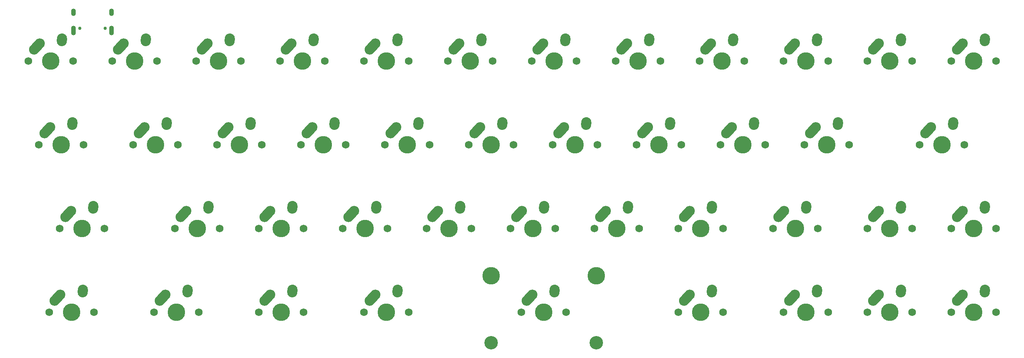
<source format=gts>
%TF.GenerationSoftware,KiCad,Pcbnew,(5.99.0-10539-g7356f9568d)*%
%TF.CreationDate,2021-05-12T00:16:57+03:00*%
%TF.ProjectId,keyboard,6b657962-6f61-4726-942e-6b696361645f,rev?*%
%TF.SameCoordinates,Original*%
%TF.FileFunction,Soldermask,Top*%
%TF.FilePolarity,Negative*%
%FSLAX46Y46*%
G04 Gerber Fmt 4.6, Leading zero omitted, Abs format (unit mm)*
G04 Created by KiCad (PCBNEW (5.99.0-10539-g7356f9568d)) date 2021-05-12 00:16:57*
%MOMM*%
%LPD*%
G01*
G04 APERTURE LIST*
G04 Aperture macros list*
%AMHorizOval*
0 Thick line with rounded ends*
0 $1 width*
0 $2 $3 position (X,Y) of the first rounded end (center of the circle)*
0 $4 $5 position (X,Y) of the second rounded end (center of the circle)*
0 Add line between two ends*
20,1,$1,$2,$3,$4,$5,0*
0 Add two circle primitives to create the rounded ends*
1,1,$1,$2,$3*
1,1,$1,$4,$5*%
G04 Aperture macros list end*
%ADD10C,1.750000*%
%ADD11C,3.987800*%
%ADD12HorizOval,2.300000X0.647898X0.694786X-0.647898X-0.694786X0*%
%ADD13HorizOval,2.300000X0.015701X0.299589X-0.015701X-0.299589X0*%
%ADD14O,1.100000X1.700000*%
%ADD15O,1.100000X2.200000*%
%ADD16C,0.750000*%
%ADD17C,3.048000*%
G04 APERTURE END LIST*
D10*
X215423750Y-79375000D03*
X205263750Y-79375000D03*
D11*
X210343750Y-79375000D03*
D12*
X207193750Y-76125000D03*
D13*
X212868750Y-74575000D03*
D14*
X55120000Y-30187500D03*
X46480000Y-30187500D03*
D15*
X55120000Y-34367500D03*
X46480000Y-34367500D03*
D16*
X47910000Y-33837500D03*
X53690000Y-33837500D03*
D11*
X165131750Y-90170000D03*
X141255750Y-90170000D03*
X153193750Y-98425000D03*
D10*
X158273750Y-98425000D03*
D17*
X141255750Y-105410000D03*
X165131750Y-105410000D03*
D10*
X148113750Y-98425000D03*
D12*
X150043750Y-95150000D03*
D13*
X155718750Y-93600000D03*
D10*
X40957500Y-98425000D03*
X51117500Y-98425000D03*
D11*
X46037500Y-98425000D03*
D12*
X42862500Y-95150000D03*
D13*
X48562500Y-93650000D03*
D10*
X88582500Y-98425000D03*
X98742500Y-98425000D03*
D11*
X93662500Y-98425000D03*
D12*
X90487500Y-95150000D03*
D13*
X96187500Y-93650000D03*
D10*
X248761250Y-60325000D03*
X238601250Y-60325000D03*
D11*
X243681250Y-60325000D03*
D12*
X240531250Y-57050000D03*
D13*
X246206250Y-55550000D03*
D10*
X53498750Y-79375000D03*
X43338750Y-79375000D03*
D11*
X48418750Y-79375000D03*
D12*
X45268750Y-76100000D03*
D13*
X50943750Y-74600000D03*
D11*
X41275000Y-41275000D03*
D10*
X46355000Y-41275000D03*
X36195000Y-41275000D03*
D12*
X38125000Y-38000000D03*
D13*
X43800000Y-36500000D03*
D11*
X60325000Y-41275000D03*
D10*
X65405000Y-41275000D03*
X55245000Y-41275000D03*
D12*
X57175000Y-38000000D03*
D13*
X62850000Y-36500000D03*
D11*
X79375000Y-41275000D03*
D10*
X84455000Y-41275000D03*
X74295000Y-41275000D03*
D12*
X76225000Y-38000000D03*
D13*
X81900000Y-36500000D03*
D11*
X98425000Y-41275000D03*
D10*
X103505000Y-41275000D03*
X93345000Y-41275000D03*
D12*
X95275000Y-38000000D03*
D13*
X100950000Y-36500000D03*
D11*
X117475000Y-41275000D03*
D10*
X122555000Y-41275000D03*
X112395000Y-41275000D03*
D12*
X114325000Y-38000000D03*
D13*
X120000000Y-36500000D03*
D11*
X136525000Y-41275000D03*
D10*
X141605000Y-41275000D03*
X131445000Y-41275000D03*
D12*
X133375000Y-38000000D03*
D13*
X139050000Y-36500000D03*
D11*
X155575000Y-41275000D03*
D10*
X160655000Y-41275000D03*
X150495000Y-41275000D03*
D12*
X152425000Y-38000000D03*
D13*
X158100000Y-36500000D03*
D11*
X174625000Y-41275000D03*
D10*
X179705000Y-41275000D03*
X169545000Y-41275000D03*
D12*
X171475000Y-38000000D03*
D13*
X177150000Y-36500000D03*
D11*
X193675000Y-41275000D03*
D10*
X198755000Y-41275000D03*
X188595000Y-41275000D03*
D12*
X190525000Y-38000000D03*
D13*
X196200000Y-36500000D03*
D11*
X212725000Y-41275000D03*
D10*
X217805000Y-41275000D03*
X207645000Y-41275000D03*
D12*
X209575000Y-38000000D03*
D13*
X215250000Y-36500000D03*
D11*
X231775000Y-41275000D03*
D10*
X236855000Y-41275000D03*
X226695000Y-41275000D03*
D12*
X228625000Y-38000000D03*
D13*
X234300000Y-36500000D03*
D11*
X250825000Y-41275000D03*
D10*
X255905000Y-41275000D03*
X245745000Y-41275000D03*
D12*
X247675000Y-38000000D03*
D13*
X253350000Y-36500000D03*
D11*
X65087500Y-60325000D03*
D10*
X70167500Y-60325000D03*
X60007500Y-60325000D03*
D12*
X61937500Y-57050000D03*
D13*
X67612500Y-55550000D03*
D11*
X84137500Y-60325000D03*
D10*
X89217500Y-60325000D03*
X79057500Y-60325000D03*
D12*
X80987500Y-57050000D03*
D13*
X86662500Y-55550000D03*
D11*
X103187500Y-60325000D03*
D10*
X108267500Y-60325000D03*
X98107500Y-60325000D03*
D12*
X100037500Y-57050000D03*
D13*
X105712500Y-55550000D03*
D11*
X122237500Y-60325000D03*
D10*
X127317500Y-60325000D03*
X117157500Y-60325000D03*
D12*
X119087500Y-57050000D03*
D13*
X124762500Y-55550000D03*
D11*
X141287500Y-60325000D03*
D10*
X146367500Y-60325000D03*
X136207500Y-60325000D03*
D12*
X138137500Y-57050000D03*
D13*
X143812500Y-55550000D03*
D11*
X160337500Y-60325000D03*
D10*
X165417500Y-60325000D03*
X155257500Y-60325000D03*
D12*
X157187500Y-57050000D03*
D13*
X162862500Y-55550000D03*
D11*
X179387500Y-60325000D03*
D10*
X184467500Y-60325000D03*
X174307500Y-60325000D03*
D12*
X176237500Y-57050000D03*
D13*
X181912500Y-55550000D03*
D11*
X198437500Y-60325000D03*
D10*
X203517500Y-60325000D03*
X193357500Y-60325000D03*
D12*
X195287500Y-57050000D03*
D13*
X200962500Y-55550000D03*
D11*
X217487500Y-60325000D03*
D10*
X222567500Y-60325000D03*
X212407500Y-60325000D03*
D12*
X214337500Y-57050000D03*
D13*
X220012500Y-55550000D03*
D11*
X74612500Y-79375000D03*
D10*
X79692500Y-79375000D03*
X69532500Y-79375000D03*
D12*
X71462500Y-76100000D03*
D13*
X77137500Y-74600000D03*
D11*
X93662500Y-79375000D03*
D10*
X98742500Y-79375000D03*
X88582500Y-79375000D03*
D12*
X90512500Y-76100000D03*
D13*
X96187500Y-74600000D03*
D11*
X112712500Y-79375000D03*
D10*
X117792500Y-79375000D03*
X107632500Y-79375000D03*
D12*
X109562500Y-76100000D03*
D13*
X115237500Y-74600000D03*
D11*
X131762500Y-79375000D03*
D10*
X136842500Y-79375000D03*
X126682500Y-79375000D03*
D12*
X128612500Y-76100000D03*
D13*
X134287500Y-74600000D03*
D11*
X150812500Y-79375000D03*
D10*
X155892500Y-79375000D03*
X145732500Y-79375000D03*
D12*
X147662500Y-76100000D03*
D13*
X153337500Y-74600000D03*
D11*
X169862500Y-79375000D03*
D10*
X174942500Y-79375000D03*
X164782500Y-79375000D03*
D12*
X166712500Y-76100000D03*
D13*
X172387500Y-74600000D03*
D11*
X188912500Y-79375000D03*
D10*
X193992500Y-79375000D03*
X183832500Y-79375000D03*
D12*
X185762500Y-76100000D03*
D13*
X191437500Y-74600000D03*
D11*
X231775000Y-79375000D03*
D10*
X236855000Y-79375000D03*
X226695000Y-79375000D03*
D12*
X228625000Y-76100000D03*
D13*
X234300000Y-74600000D03*
D11*
X250825000Y-79375000D03*
D10*
X255905000Y-79375000D03*
X245745000Y-79375000D03*
D12*
X247675000Y-76100000D03*
D13*
X253350000Y-74600000D03*
D11*
X69850000Y-98425000D03*
D10*
X74930000Y-98425000D03*
X64770000Y-98425000D03*
D12*
X66700000Y-95150000D03*
D13*
X72375000Y-93650000D03*
D11*
X117475000Y-98425000D03*
D10*
X122555000Y-98425000D03*
X112395000Y-98425000D03*
D12*
X114325000Y-95150000D03*
D13*
X120000000Y-93650000D03*
D11*
X188912500Y-98425000D03*
D10*
X193992500Y-98425000D03*
X183832500Y-98425000D03*
D12*
X185762500Y-95150000D03*
D13*
X191437500Y-93650000D03*
D11*
X212725000Y-98425000D03*
D10*
X217805000Y-98425000D03*
X207645000Y-98425000D03*
D12*
X209575000Y-95150000D03*
D13*
X215250000Y-93650000D03*
D11*
X231775000Y-98425000D03*
D10*
X236855000Y-98425000D03*
X226695000Y-98425000D03*
D12*
X228625000Y-95150000D03*
D13*
X234300000Y-93650000D03*
D11*
X250825000Y-98425000D03*
D10*
X255905000Y-98425000D03*
X245745000Y-98425000D03*
D12*
X247675000Y-95150000D03*
D13*
X253350000Y-93650000D03*
D10*
X48736250Y-60325000D03*
X38576250Y-60325000D03*
D11*
X43656250Y-60325000D03*
D12*
X40506250Y-57075000D03*
D13*
X46181250Y-55525000D03*
M02*

</source>
